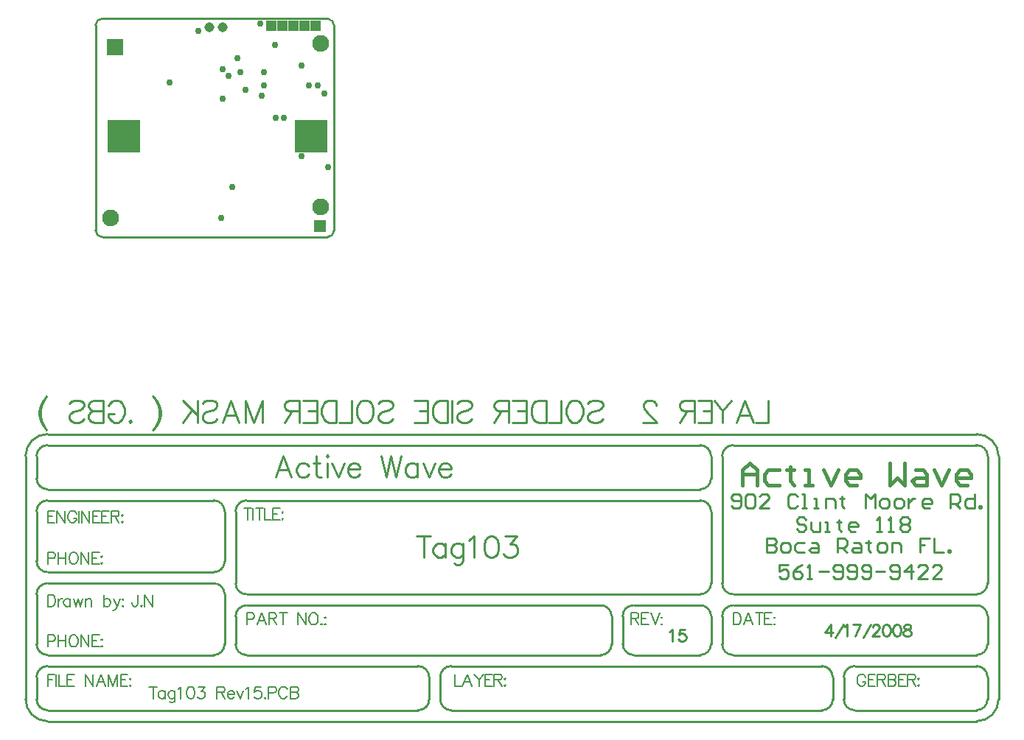
<source format=gbs>
%FSLAX23Y23*%
%MOIN*%
G70*
G01*
G75*
G04 Layer_Color=8757620*
%ADD10R,0.024X0.024*%
%ADD11R,0.014X0.035*%
%ADD12R,0.014X0.035*%
%ADD13R,0.030X0.030*%
%ADD14R,0.030X0.030*%
%ADD15R,0.025X0.030*%
%ADD16R,0.074X0.045*%
%ADD17R,0.020X0.050*%
%ADD18O,0.016X0.060*%
%ADD19O,0.016X0.060*%
%ADD20R,0.024X0.100*%
%ADD21R,0.024X0.090*%
%ADD22R,0.070X0.024*%
%ADD23R,0.090X0.024*%
%ADD24R,0.075X0.043*%
%ADD25R,0.036X0.050*%
%ADD26R,0.036X0.036*%
%ADD27O,0.024X0.080*%
%ADD28C,0.010*%
%ADD29C,0.008*%
%ADD30C,0.020*%
%ADD31C,0.025*%
%ADD32C,0.012*%
%ADD33C,0.015*%
%ADD34C,0.016*%
%ADD35C,0.014*%
%ADD36C,0.026*%
%ADD37C,0.006*%
%ADD38C,0.005*%
%ADD39C,0.009*%
%ADD40C,0.039*%
%ADD41C,0.070*%
%ADD42R,0.050X0.050*%
%ADD43R,0.039X0.043*%
%ADD44C,0.024*%
%ADD45R,0.070X0.070*%
%ADD46R,0.140X0.140*%
%ADD47C,0.030*%
%ADD48R,0.273X0.018*%
%ADD49R,0.030X0.030*%
%ADD50R,0.020X0.041*%
%ADD51R,0.020X0.041*%
%ADD52R,0.036X0.036*%
%ADD53R,0.031X0.036*%
%ADD54R,0.080X0.051*%
%ADD55R,0.026X0.056*%
%ADD56O,0.022X0.066*%
%ADD57O,0.022X0.066*%
%ADD58R,0.030X0.106*%
%ADD59R,0.030X0.096*%
%ADD60R,0.076X0.030*%
%ADD61R,0.096X0.030*%
%ADD62R,0.081X0.049*%
%ADD63R,0.042X0.056*%
%ADD64R,0.042X0.042*%
%ADD65O,0.030X0.086*%
%ADD66C,0.045*%
%ADD67C,0.076*%
%ADD68R,0.056X0.056*%
%ADD69R,0.045X0.049*%
%ADD70C,0.030*%
%ADD71R,0.076X0.076*%
%ADD72R,0.146X0.146*%
D28*
X2975Y-825D02*
Y-925D01*
X2918D01*
X2831D02*
X2869Y-825D01*
X2907Y-925D01*
X2893Y-892D02*
X2845D01*
X2807Y-825D02*
X2769Y-873D01*
Y-925D01*
X2731Y-825D02*
X2769Y-873D01*
X2656Y-825D02*
X2718D01*
Y-925D01*
X2656D01*
X2718Y-873D02*
X2680D01*
X2640Y-825D02*
Y-925D01*
Y-825D02*
X2597D01*
X2583Y-830D01*
X2578Y-835D01*
X2573Y-844D01*
Y-854D01*
X2578Y-863D01*
X2583Y-868D01*
X2597Y-873D01*
X2640D01*
X2607D02*
X2573Y-925D01*
X2467Y-849D02*
Y-844D01*
X2463Y-835D01*
X2458Y-830D01*
X2448Y-825D01*
X2429D01*
X2420Y-830D01*
X2415Y-835D01*
X2410Y-844D01*
Y-854D01*
X2415Y-863D01*
X2425Y-877D01*
X2472Y-925D01*
X2406D01*
X2159Y-839D02*
X2169Y-830D01*
X2183Y-825D01*
X2202D01*
X2217Y-830D01*
X2226Y-839D01*
Y-849D01*
X2221Y-858D01*
X2217Y-863D01*
X2207Y-868D01*
X2179Y-877D01*
X2169Y-882D01*
X2164Y-887D01*
X2159Y-896D01*
Y-911D01*
X2169Y-920D01*
X2183Y-925D01*
X2202D01*
X2217Y-920D01*
X2226Y-911D01*
X2109Y-825D02*
X2118Y-830D01*
X2128Y-839D01*
X2132Y-849D01*
X2137Y-863D01*
Y-887D01*
X2132Y-901D01*
X2128Y-911D01*
X2118Y-920D01*
X2109Y-925D01*
X2089D01*
X2080Y-920D01*
X2070Y-911D01*
X2066Y-901D01*
X2061Y-887D01*
Y-863D01*
X2066Y-849D01*
X2070Y-839D01*
X2080Y-830D01*
X2089Y-825D01*
X2109D01*
X2038D02*
Y-925D01*
X1980D01*
X1970Y-825D02*
Y-925D01*
Y-825D02*
X1936D01*
X1922Y-830D01*
X1912Y-839D01*
X1908Y-849D01*
X1903Y-863D01*
Y-887D01*
X1908Y-901D01*
X1912Y-911D01*
X1922Y-920D01*
X1936Y-925D01*
X1970D01*
X1819Y-825D02*
X1880D01*
Y-925D01*
X1819D01*
X1880Y-873D02*
X1842D01*
X1802Y-825D02*
Y-925D01*
Y-825D02*
X1759D01*
X1745Y-830D01*
X1740Y-835D01*
X1735Y-844D01*
Y-854D01*
X1740Y-863D01*
X1745Y-868D01*
X1759Y-873D01*
X1802D01*
X1769D02*
X1735Y-925D01*
X1568Y-839D02*
X1577Y-830D01*
X1591Y-825D01*
X1611D01*
X1625Y-830D01*
X1634Y-839D01*
Y-849D01*
X1630Y-858D01*
X1625Y-863D01*
X1615Y-868D01*
X1587Y-877D01*
X1577Y-882D01*
X1572Y-887D01*
X1568Y-896D01*
Y-911D01*
X1577Y-920D01*
X1591Y-925D01*
X1611D01*
X1625Y-920D01*
X1634Y-911D01*
X1545Y-825D02*
Y-925D01*
X1524Y-825D02*
Y-925D01*
Y-825D02*
X1491D01*
X1477Y-830D01*
X1467Y-839D01*
X1462Y-849D01*
X1458Y-863D01*
Y-887D01*
X1462Y-901D01*
X1467Y-911D01*
X1477Y-920D01*
X1491Y-925D01*
X1524D01*
X1373Y-825D02*
X1435D01*
Y-925D01*
X1373D01*
X1435Y-873D02*
X1397D01*
X1212Y-839D02*
X1221Y-830D01*
X1235Y-825D01*
X1254D01*
X1269Y-830D01*
X1278Y-839D01*
Y-849D01*
X1273Y-858D01*
X1269Y-863D01*
X1259Y-868D01*
X1231Y-877D01*
X1221Y-882D01*
X1216Y-887D01*
X1212Y-896D01*
Y-911D01*
X1221Y-920D01*
X1235Y-925D01*
X1254D01*
X1269Y-920D01*
X1278Y-911D01*
X1161Y-825D02*
X1170Y-830D01*
X1180Y-839D01*
X1184Y-849D01*
X1189Y-863D01*
Y-887D01*
X1184Y-901D01*
X1180Y-911D01*
X1170Y-920D01*
X1161Y-925D01*
X1142D01*
X1132Y-920D01*
X1123Y-911D01*
X1118Y-901D01*
X1113Y-887D01*
Y-863D01*
X1118Y-849D01*
X1123Y-839D01*
X1132Y-830D01*
X1142Y-825D01*
X1161D01*
X1090D02*
Y-925D01*
X1033D01*
X1022Y-825D02*
Y-925D01*
Y-825D02*
X988D01*
X974Y-830D01*
X964Y-839D01*
X960Y-849D01*
X955Y-863D01*
Y-887D01*
X960Y-901D01*
X964Y-911D01*
X974Y-920D01*
X988Y-925D01*
X1022D01*
X871Y-825D02*
X933D01*
Y-925D01*
X871D01*
X933Y-873D02*
X894D01*
X854Y-825D02*
Y-925D01*
Y-825D02*
X811D01*
X797Y-830D01*
X792Y-835D01*
X787Y-844D01*
Y-854D01*
X792Y-863D01*
X797Y-868D01*
X811Y-873D01*
X854D01*
X821D02*
X787Y-925D01*
X686Y-825D02*
Y-925D01*
Y-825D02*
X648Y-925D01*
X610Y-825D02*
X648Y-925D01*
X610Y-825D02*
Y-925D01*
X506D02*
X544Y-825D01*
X582Y-925D01*
X567Y-892D02*
X520D01*
X416Y-839D02*
X425Y-830D01*
X439Y-825D01*
X458D01*
X473Y-830D01*
X482Y-839D01*
Y-849D01*
X477Y-858D01*
X473Y-863D01*
X463Y-868D01*
X435Y-877D01*
X425Y-882D01*
X420Y-887D01*
X416Y-896D01*
Y-911D01*
X425Y-920D01*
X439Y-925D01*
X458D01*
X473Y-920D01*
X482Y-911D01*
X393Y-825D02*
Y-925D01*
X327Y-825D02*
X393Y-892D01*
X369Y-868D02*
X327Y-925D01*
X192Y-806D02*
X202Y-816D01*
X211Y-830D01*
X221Y-849D01*
X226Y-873D01*
Y-892D01*
X221Y-915D01*
X211Y-935D01*
X202Y-949D01*
X192Y-958D01*
X202Y-816D02*
X211Y-835D01*
X216Y-849D01*
X221Y-873D01*
Y-892D01*
X216Y-915D01*
X211Y-930D01*
X202Y-949D01*
X90Y-915D02*
X95Y-920D01*
X90Y-925D01*
X85Y-920D01*
X90Y-915D01*
X-8Y-849D02*
X-3Y-839D01*
X6Y-830D01*
X16Y-825D01*
X35D01*
X44Y-830D01*
X54Y-839D01*
X58Y-849D01*
X63Y-863D01*
Y-887D01*
X58Y-901D01*
X54Y-911D01*
X44Y-920D01*
X35Y-925D01*
X16D01*
X6Y-920D01*
X-3Y-911D01*
X-8Y-901D01*
Y-887D01*
X16D02*
X-8D01*
X-31Y-825D02*
Y-925D01*
Y-825D02*
X-74D01*
X-88Y-830D01*
X-93Y-835D01*
X-98Y-844D01*
Y-854D01*
X-93Y-863D01*
X-88Y-868D01*
X-74Y-873D01*
X-31D02*
X-74D01*
X-88Y-877D01*
X-93Y-882D01*
X-98Y-892D01*
Y-906D01*
X-93Y-915D01*
X-88Y-920D01*
X-74Y-925D01*
X-31D01*
X-187Y-839D02*
X-177Y-830D01*
X-163Y-825D01*
X-144D01*
X-130Y-830D01*
X-120Y-839D01*
Y-849D01*
X-125Y-858D01*
X-130Y-863D01*
X-139Y-868D01*
X-168Y-877D01*
X-177Y-882D01*
X-182Y-887D01*
X-187Y-896D01*
Y-911D01*
X-177Y-920D01*
X-163Y-925D01*
X-144D01*
X-130Y-920D01*
X-120Y-911D01*
X-288Y-806D02*
X-297Y-816D01*
X-307Y-830D01*
X-316Y-849D01*
X-321Y-873D01*
Y-892D01*
X-316Y-915D01*
X-307Y-935D01*
X-297Y-949D01*
X-288Y-958D01*
X-297Y-816D02*
X-307Y-835D01*
X-311Y-849D01*
X-316Y-873D01*
Y-892D01*
X-311Y-915D01*
X-307Y-930D01*
X-297Y-949D01*
X-37Y903D02*
G03*
X-67Y873I0J-30D01*
G01*
X1011D02*
G03*
X981Y903I-30J0D01*
G01*
Y-86D02*
G03*
X1011Y-56I0J30D01*
G01*
X-67D02*
G03*
X-37Y-86I30J0D01*
G01*
X-67Y-56D02*
Y873D01*
X-37Y903D02*
X981D01*
X1011Y-56D02*
Y873D01*
X-37Y-86D02*
X981D01*
X3966Y-1802D02*
G03*
X3917Y-1753I-49J0D01*
G01*
X2816D02*
G03*
X2766Y-1803I0J-50D01*
G01*
X3916Y-1703D02*
G03*
X3966Y-1653I0J50D01*
G01*
X2766D02*
G03*
X2816Y-1703I50J0D01*
G01*
X-284Y-978D02*
G03*
X-384Y-1078I0J-100D01*
G01*
Y-2177D02*
G03*
X-285Y-2278I101J0D01*
G01*
X3916Y-2278D02*
G03*
X4016Y-2178I0J100D01*
G01*
Y-1078D02*
G03*
X3916Y-978I-100J0D01*
G01*
X3966Y-1077D02*
G03*
X3915Y-1028I-49J0D01*
G01*
X3916Y-1978D02*
G03*
X3966Y-1928I0J50D01*
G01*
X3966Y-2077D02*
G03*
X3916Y-2028I-50J-1D01*
G01*
Y-2228D02*
G03*
X3966Y-2178I0J50D01*
G01*
X2666Y-1978D02*
G03*
X2716Y-1928I0J50D01*
G01*
X2766Y-1929D02*
G03*
X2816Y-1978I49J0D01*
G01*
X2716Y-1802D02*
G03*
X2667Y-1753I-49J0D01*
G01*
X-334Y-2178D02*
G03*
X-285Y-2228I50J0D01*
G01*
X2667Y-1703D02*
G03*
X2716Y-1653I-1J50D01*
G01*
X-284Y-2028D02*
G03*
X-334Y-2078I0J-50D01*
G01*
X2716Y-1328D02*
G03*
X2666Y-1278I-50J0D01*
G01*
Y-1228D02*
G03*
X2716Y-1178I0J50D01*
G01*
X2816Y-1028D02*
G03*
X2766Y-1078I0J-50D01*
G01*
X2716D02*
G03*
X2666Y-1028I-50J0D01*
G01*
X-284D02*
G03*
X-334Y-1078I0J-50D01*
G01*
Y-1178D02*
G03*
X-284Y-1228I50J0D01*
G01*
Y-1278D02*
G03*
X-334Y-1328I0J-50D01*
G01*
Y-1553D02*
G03*
X-284Y-1603I50J0D01*
G01*
Y-1653D02*
G03*
X-334Y-1703I0J-50D01*
G01*
Y-1928D02*
G03*
X-285Y-1978I50J0D01*
G01*
X616Y-1278D02*
G03*
X566Y-1328I0J-50D01*
G01*
X616Y-1753D02*
G03*
X566Y-1803I0J-50D01*
G01*
X2364Y-1753D02*
G03*
X2316Y-1804I0J-48D01*
G01*
X2316Y-1927D02*
G03*
X2366Y-1978I51J0D01*
G01*
X2217Y-1978D02*
G03*
X2266Y-1928I0J49D01*
G01*
X2266Y-1802D02*
G03*
X2217Y-1753I-49J0D01*
G01*
X467Y-1978D02*
G03*
X516Y-1929I0J49D01*
G01*
X566D02*
G03*
X615Y-1978I49J0D01*
G01*
X566Y-1654D02*
G03*
X615Y-1703I49J0D01*
G01*
X516Y-1702D02*
G03*
X465Y-1653I-49J0D01*
G01*
X468Y-1603D02*
G03*
X516Y-1555I0J48D01*
G01*
Y-1327D02*
G03*
X467Y-1278I-49J0D01*
G01*
X3366Y-2028D02*
G03*
X3316Y-2078I0J-50D01*
G01*
Y-2179D02*
G03*
X3366Y-2228I49J0D01*
G01*
X3217Y-2228D02*
G03*
X3266Y-2179I1J48D01*
G01*
X3266Y-2078D02*
G03*
X3216Y-2028I-50J0D01*
G01*
X1491Y-2178D02*
G03*
X1540Y-2228I50J0D01*
G01*
X1541Y-2028D02*
G03*
X1491Y-2078I0J-50D01*
G01*
X1392Y-2228D02*
G03*
X1441Y-2179I1J48D01*
G01*
X1441Y-2078D02*
G03*
X1391Y-2028I-50J0D01*
G01*
X3966Y-1928D02*
Y-1802D01*
X2766Y-1928D02*
Y-1803D01*
X3966Y-1653D02*
Y-1078D01*
X2766Y-1653D02*
Y-1078D01*
X-384Y-2178D02*
Y-1078D01*
X-334Y-2178D02*
Y-2078D01*
X3966Y-2178D02*
Y-2078D01*
X2716Y-1928D02*
Y-1803D01*
X2316Y-1928D02*
Y-1803D01*
X566Y-1928D02*
Y-1803D01*
X2266Y-1928D02*
Y-1803D01*
X566Y-1653D02*
Y-1328D01*
X2716Y-1653D02*
Y-1328D01*
Y-1178D02*
Y-1078D01*
X-334Y-1178D02*
Y-1078D01*
X516Y-1553D02*
Y-1328D01*
X-334Y-1553D02*
Y-1328D01*
X516Y-1928D02*
Y-1703D01*
X-334Y-1928D02*
Y-1703D01*
X4016Y-2178D02*
Y-1078D01*
X3316Y-2178D02*
Y-2078D01*
X3266Y-2178D02*
Y-2078D01*
X1491Y-2178D02*
Y-2078D01*
X1441Y-2178D02*
Y-2078D01*
X2816Y-1753D02*
X3916D01*
X2816Y-1703D02*
X3916D01*
X616D02*
X2666D01*
X2816Y-1028D02*
X3916D01*
X2816Y-1978D02*
X3916D01*
X2366Y-1753D02*
X2666D01*
X2366Y-1978D02*
X2666D01*
X616D02*
X2216D01*
X616Y-1753D02*
X2216D01*
X616Y-1278D02*
X2666D01*
X-284Y-1228D02*
X2666D01*
X-284Y-1278D02*
X466D01*
X-284Y-1603D02*
X466D01*
X-284Y-1653D02*
X466D01*
X-284Y-1978D02*
X466D01*
X-284Y-978D02*
X3916D01*
X-284Y-2278D02*
X3916D01*
X-284Y-1028D02*
X2666D01*
X3366Y-2028D02*
X3916D01*
X3366Y-2228D02*
X3916D01*
X1541Y-2028D02*
X3216D01*
X-284D02*
X1391D01*
X-284Y-2228D02*
X1391D01*
X1541D02*
X3216D01*
X3145Y-1365D02*
X3135Y-1354D01*
X3113D01*
X3103Y-1365D01*
Y-1375D01*
X3113Y-1386D01*
X3135D01*
X3145Y-1397D01*
Y-1407D01*
X3135Y-1418D01*
X3113D01*
X3103Y-1407D01*
X3167Y-1375D02*
Y-1407D01*
X3177Y-1418D01*
X3209D01*
Y-1375D01*
X3230Y-1418D02*
X3252D01*
X3241D01*
Y-1375D01*
X3230D01*
X3294Y-1365D02*
Y-1375D01*
X3284D01*
X3305D01*
X3294D01*
Y-1407D01*
X3305Y-1418D01*
X3369D02*
X3348D01*
X3337Y-1407D01*
Y-1386D01*
X3348Y-1375D01*
X3369D01*
X3380Y-1386D01*
Y-1397D01*
X3337D01*
X3465Y-1418D02*
X3486D01*
X3476D01*
Y-1354D01*
X3465Y-1365D01*
X3518Y-1418D02*
X3540D01*
X3529D01*
Y-1354D01*
X3518Y-1365D01*
X3572D02*
X3582Y-1354D01*
X3604D01*
X3614Y-1365D01*
Y-1375D01*
X3604Y-1386D01*
X3614Y-1397D01*
Y-1407D01*
X3604Y-1418D01*
X3582D01*
X3572Y-1407D01*
Y-1397D01*
X3582Y-1386D01*
X3572Y-1375D01*
Y-1365D01*
X3582Y-1386D02*
X3604D01*
X3065Y-1569D02*
X3023D01*
Y-1601D01*
X3044Y-1590D01*
X3055D01*
X3065Y-1601D01*
Y-1622D01*
X3055Y-1633D01*
X3033D01*
X3023Y-1622D01*
X3129Y-1569D02*
X3108Y-1580D01*
X3087Y-1601D01*
Y-1622D01*
X3097Y-1633D01*
X3118D01*
X3129Y-1622D01*
Y-1612D01*
X3118Y-1601D01*
X3087D01*
X3150Y-1633D02*
X3172D01*
X3161D01*
Y-1569D01*
X3150Y-1580D01*
X3204Y-1601D02*
X3246D01*
X3268Y-1622D02*
X3278Y-1633D01*
X3300D01*
X3310Y-1622D01*
Y-1580D01*
X3300Y-1569D01*
X3278D01*
X3268Y-1580D01*
Y-1590D01*
X3278Y-1601D01*
X3310D01*
X3332Y-1622D02*
X3342Y-1633D01*
X3364D01*
X3374Y-1622D01*
Y-1580D01*
X3364Y-1569D01*
X3342D01*
X3332Y-1580D01*
Y-1590D01*
X3342Y-1601D01*
X3374D01*
X3396Y-1622D02*
X3406Y-1633D01*
X3428D01*
X3438Y-1622D01*
Y-1580D01*
X3428Y-1569D01*
X3406D01*
X3396Y-1580D01*
Y-1590D01*
X3406Y-1601D01*
X3438D01*
X3460D02*
X3502D01*
X3524Y-1622D02*
X3534Y-1633D01*
X3556D01*
X3566Y-1622D01*
Y-1580D01*
X3556Y-1569D01*
X3534D01*
X3524Y-1580D01*
Y-1590D01*
X3534Y-1601D01*
X3566D01*
X3620Y-1633D02*
Y-1569D01*
X3588Y-1601D01*
X3630D01*
X3694Y-1633D02*
X3652D01*
X3694Y-1590D01*
Y-1580D01*
X3684Y-1569D01*
X3662D01*
X3652Y-1580D01*
X3758Y-1633D02*
X3716D01*
X3758Y-1590D01*
Y-1580D01*
X3748Y-1569D01*
X3726D01*
X3716Y-1580D01*
X2808Y-1302D02*
X2818Y-1313D01*
X2840D01*
X2850Y-1302D01*
Y-1260D01*
X2840Y-1249D01*
X2818D01*
X2808Y-1260D01*
Y-1270D01*
X2818Y-1281D01*
X2850D01*
X2872Y-1260D02*
X2882Y-1249D01*
X2903D01*
X2914Y-1260D01*
Y-1302D01*
X2903Y-1313D01*
X2882D01*
X2872Y-1302D01*
Y-1260D01*
X2978Y-1313D02*
X2935D01*
X2978Y-1270D01*
Y-1260D01*
X2967Y-1249D01*
X2946D01*
X2935Y-1260D01*
X3106D02*
X3095Y-1249D01*
X3074D01*
X3063Y-1260D01*
Y-1302D01*
X3074Y-1313D01*
X3095D01*
X3106Y-1302D01*
X3127Y-1313D02*
X3149D01*
X3138D01*
Y-1249D01*
X3127D01*
X3181Y-1313D02*
X3202D01*
X3191D01*
Y-1270D01*
X3181D01*
X3234Y-1313D02*
Y-1270D01*
X3266D01*
X3277Y-1281D01*
Y-1313D01*
X3309Y-1260D02*
Y-1270D01*
X3298D01*
X3319D01*
X3309D01*
Y-1302D01*
X3319Y-1313D01*
X3415D02*
Y-1249D01*
X3437Y-1270D01*
X3458Y-1249D01*
Y-1313D01*
X3490D02*
X3511D01*
X3522Y-1302D01*
Y-1281D01*
X3511Y-1270D01*
X3490D01*
X3479Y-1281D01*
Y-1302D01*
X3490Y-1313D01*
X3554D02*
X3575D01*
X3586Y-1302D01*
Y-1281D01*
X3575Y-1270D01*
X3554D01*
X3543Y-1281D01*
Y-1302D01*
X3554Y-1313D01*
X3607Y-1270D02*
Y-1313D01*
Y-1292D01*
X3618Y-1281D01*
X3629Y-1270D01*
X3639D01*
X3703Y-1313D02*
X3682D01*
X3671Y-1302D01*
Y-1281D01*
X3682Y-1270D01*
X3703D01*
X3714Y-1281D01*
Y-1292D01*
X3671D01*
X3799Y-1313D02*
Y-1249D01*
X3831D01*
X3842Y-1260D01*
Y-1281D01*
X3831Y-1292D01*
X3799D01*
X3821D02*
X3842Y-1313D01*
X3906Y-1249D02*
Y-1313D01*
X3874D01*
X3863Y-1302D01*
Y-1281D01*
X3874Y-1270D01*
X3906D01*
X3927Y-1313D02*
Y-1302D01*
X3938D01*
Y-1313D01*
X3927D01*
X2968Y-1449D02*
Y-1513D01*
X3000D01*
X3010Y-1502D01*
Y-1492D01*
X3000Y-1481D01*
X2968D01*
X3000D01*
X3010Y-1470D01*
Y-1460D01*
X3000Y-1449D01*
X2968D01*
X3042Y-1513D02*
X3063D01*
X3074Y-1502D01*
Y-1481D01*
X3063Y-1470D01*
X3042D01*
X3032Y-1481D01*
Y-1502D01*
X3042Y-1513D01*
X3138Y-1470D02*
X3106D01*
X3095Y-1481D01*
Y-1502D01*
X3106Y-1513D01*
X3138D01*
X3170Y-1470D02*
X3191D01*
X3202Y-1481D01*
Y-1513D01*
X3170D01*
X3159Y-1502D01*
X3170Y-1492D01*
X3202D01*
X3287Y-1513D02*
Y-1449D01*
X3319D01*
X3330Y-1460D01*
Y-1481D01*
X3319Y-1492D01*
X3287D01*
X3309D02*
X3330Y-1513D01*
X3362Y-1470D02*
X3383D01*
X3394Y-1481D01*
Y-1513D01*
X3362D01*
X3351Y-1502D01*
X3362Y-1492D01*
X3394D01*
X3426Y-1460D02*
Y-1470D01*
X3415D01*
X3437D01*
X3426D01*
Y-1502D01*
X3437Y-1513D01*
X3479D02*
X3501D01*
X3511Y-1502D01*
Y-1481D01*
X3501Y-1470D01*
X3479D01*
X3469Y-1481D01*
Y-1502D01*
X3479Y-1513D01*
X3533D02*
Y-1470D01*
X3565D01*
X3575Y-1481D01*
Y-1513D01*
X3703Y-1449D02*
X3661D01*
Y-1481D01*
X3682D01*
X3661D01*
Y-1513D01*
X3725Y-1449D02*
Y-1513D01*
X3767D01*
X3789D02*
Y-1502D01*
X3799D01*
Y-1513D01*
X3789D01*
D29*
X124Y-1706D02*
Y-1747D01*
X122Y-1754D01*
X119Y-1757D01*
X114Y-1759D01*
X109D01*
X104Y-1757D01*
X101Y-1754D01*
X99Y-1747D01*
Y-1741D01*
X141Y-1754D02*
X138Y-1757D01*
X141Y-1759D01*
X143Y-1757D01*
X141Y-1754D01*
X155Y-1706D02*
Y-1759D01*
Y-1706D02*
X190Y-1759D01*
Y-1706D02*
Y-1759D01*
D33*
X2858Y-1208D02*
Y-1141D01*
X2891Y-1108D01*
X2924Y-1141D01*
Y-1208D01*
Y-1158D01*
X2858D01*
X3024Y-1141D02*
X2974D01*
X2957Y-1158D01*
Y-1191D01*
X2974Y-1208D01*
X3024D01*
X3074Y-1125D02*
Y-1141D01*
X3057D01*
X3091D01*
X3074D01*
Y-1191D01*
X3091Y-1208D01*
X3141D02*
X3174D01*
X3157D01*
Y-1141D01*
X3141D01*
X3224D02*
X3257Y-1208D01*
X3291Y-1141D01*
X3374Y-1208D02*
X3341D01*
X3324Y-1191D01*
Y-1158D01*
X3341Y-1141D01*
X3374D01*
X3391Y-1158D01*
Y-1175D01*
X3324D01*
X3524Y-1108D02*
Y-1208D01*
X3557Y-1175D01*
X3591Y-1208D01*
Y-1108D01*
X3641Y-1141D02*
X3674D01*
X3691Y-1158D01*
Y-1208D01*
X3641D01*
X3624Y-1191D01*
X3641Y-1175D01*
X3691D01*
X3724Y-1141D02*
X3757Y-1208D01*
X3791Y-1141D01*
X3874Y-1208D02*
X3841D01*
X3824Y-1191D01*
Y-1158D01*
X3841Y-1141D01*
X3874D01*
X3891Y-1158D01*
Y-1175D01*
X3824D01*
D38*
X193Y-2122D02*
Y-2175D01*
X175Y-2122D02*
X211D01*
X247Y-2139D02*
Y-2175D01*
Y-2147D02*
X242Y-2142D01*
X237Y-2139D01*
X230D01*
X225Y-2142D01*
X219Y-2147D01*
X217Y-2155D01*
Y-2160D01*
X219Y-2167D01*
X225Y-2172D01*
X230Y-2175D01*
X237D01*
X242Y-2172D01*
X247Y-2167D01*
X292Y-2139D02*
Y-2180D01*
X290Y-2188D01*
X287Y-2190D01*
X282Y-2193D01*
X274D01*
X269Y-2190D01*
X292Y-2147D02*
X287Y-2142D01*
X282Y-2139D01*
X274D01*
X269Y-2142D01*
X264Y-2147D01*
X262Y-2155D01*
Y-2160D01*
X264Y-2167D01*
X269Y-2172D01*
X274Y-2175D01*
X282D01*
X287Y-2172D01*
X292Y-2167D01*
X306Y-2132D02*
X311Y-2129D01*
X319Y-2122D01*
Y-2175D01*
X361Y-2122D02*
X353Y-2124D01*
X348Y-2132D01*
X345Y-2145D01*
Y-2152D01*
X348Y-2165D01*
X353Y-2172D01*
X361Y-2175D01*
X366D01*
X373Y-2172D01*
X378Y-2165D01*
X381Y-2152D01*
Y-2145D01*
X378Y-2132D01*
X373Y-2124D01*
X366Y-2122D01*
X361D01*
X398D02*
X426D01*
X411Y-2142D01*
X418D01*
X423Y-2145D01*
X426Y-2147D01*
X428Y-2155D01*
Y-2160D01*
X426Y-2167D01*
X421Y-2172D01*
X413Y-2175D01*
X406D01*
X398Y-2172D01*
X395Y-2170D01*
X393Y-2165D01*
X482Y-2122D02*
Y-2175D01*
Y-2122D02*
X505D01*
X513Y-2124D01*
X515Y-2127D01*
X518Y-2132D01*
Y-2137D01*
X515Y-2142D01*
X513Y-2145D01*
X505Y-2147D01*
X482D01*
X500D02*
X518Y-2175D01*
X530Y-2155D02*
X560D01*
Y-2150D01*
X558Y-2145D01*
X555Y-2142D01*
X550Y-2139D01*
X542D01*
X537Y-2142D01*
X532Y-2147D01*
X530Y-2155D01*
Y-2160D01*
X532Y-2167D01*
X537Y-2172D01*
X542Y-2175D01*
X550D01*
X555Y-2172D01*
X560Y-2167D01*
X572Y-2139D02*
X587Y-2175D01*
X602Y-2139D02*
X587Y-2175D01*
X611Y-2132D02*
X616Y-2129D01*
X623Y-2122D01*
Y-2175D01*
X680Y-2122D02*
X655D01*
X652Y-2145D01*
X655Y-2142D01*
X663Y-2139D01*
X670D01*
X678Y-2142D01*
X683Y-2147D01*
X685Y-2155D01*
Y-2160D01*
X683Y-2167D01*
X678Y-2172D01*
X670Y-2175D01*
X663D01*
X655Y-2172D01*
X652Y-2170D01*
X650Y-2165D01*
X700Y-2170D02*
X697Y-2172D01*
X700Y-2175D01*
X702Y-2172D01*
X700Y-2170D01*
X714Y-2150D02*
X737D01*
X745Y-2147D01*
X747Y-2145D01*
X750Y-2139D01*
Y-2132D01*
X747Y-2127D01*
X745Y-2124D01*
X737Y-2122D01*
X714D01*
Y-2175D01*
X800Y-2134D02*
X797Y-2129D01*
X792Y-2124D01*
X787Y-2122D01*
X777D01*
X772Y-2124D01*
X767Y-2129D01*
X764Y-2134D01*
X762Y-2142D01*
Y-2155D01*
X764Y-2162D01*
X767Y-2167D01*
X772Y-2172D01*
X777Y-2175D01*
X787D01*
X792Y-2172D01*
X797Y-2167D01*
X800Y-2162D01*
X815Y-2122D02*
Y-2175D01*
Y-2122D02*
X837D01*
X845Y-2124D01*
X848Y-2127D01*
X850Y-2132D01*
Y-2137D01*
X848Y-2142D01*
X845Y-2145D01*
X837Y-2147D01*
X815D02*
X837D01*
X845Y-2150D01*
X848Y-2152D01*
X850Y-2157D01*
Y-2165D01*
X848Y-2170D01*
X845Y-2172D01*
X837Y-2175D01*
X815D01*
X2816Y-1787D02*
Y-1841D01*
Y-1787D02*
X2834D01*
X2841Y-1790D01*
X2846Y-1795D01*
X2849Y-1800D01*
X2851Y-1808D01*
Y-1820D01*
X2849Y-1828D01*
X2846Y-1833D01*
X2841Y-1838D01*
X2834Y-1841D01*
X2816D01*
X2904D02*
X2884Y-1787D01*
X2863Y-1841D01*
X2871Y-1823D02*
X2896D01*
X2934Y-1787D02*
Y-1841D01*
X2916Y-1787D02*
X2952D01*
X2991D02*
X2958D01*
Y-1841D01*
X2991D01*
X2958Y-1813D02*
X2979D01*
X3003Y-1805D02*
X3000Y-1808D01*
X3003Y-1810D01*
X3005Y-1808D01*
X3003Y-1805D01*
Y-1836D02*
X3000Y-1838D01*
X3003Y-1841D01*
X3005Y-1838D01*
X3003Y-1836D01*
X2353Y-1787D02*
Y-1841D01*
Y-1787D02*
X2376D01*
X2384Y-1790D01*
X2386Y-1792D01*
X2389Y-1798D01*
Y-1803D01*
X2386Y-1808D01*
X2384Y-1810D01*
X2376Y-1813D01*
X2353D01*
X2371D02*
X2389Y-1841D01*
X2434Y-1787D02*
X2401D01*
Y-1841D01*
X2434D01*
X2401Y-1813D02*
X2421D01*
X2443Y-1787D02*
X2463Y-1841D01*
X2483Y-1787D02*
X2463Y-1841D01*
X2493Y-1805D02*
X2490Y-1808D01*
X2493Y-1810D01*
X2495Y-1808D01*
X2493Y-1805D01*
Y-1836D02*
X2490Y-1838D01*
X2493Y-1841D01*
X2495Y-1838D01*
X2493Y-1836D01*
X-284Y-1540D02*
X-261D01*
X-254Y-1538D01*
X-251Y-1535D01*
X-249Y-1530D01*
Y-1523D01*
X-251Y-1517D01*
X-254Y-1515D01*
X-261Y-1512D01*
X-284D01*
Y-1566D01*
X-237Y-1512D02*
Y-1566D01*
X-201Y-1512D02*
Y-1566D01*
X-237Y-1538D02*
X-201D01*
X-171Y-1512D02*
X-176Y-1515D01*
X-181Y-1520D01*
X-184Y-1525D01*
X-186Y-1533D01*
Y-1545D01*
X-184Y-1553D01*
X-181Y-1558D01*
X-176Y-1563D01*
X-171Y-1566D01*
X-161D01*
X-156Y-1563D01*
X-151Y-1558D01*
X-148Y-1553D01*
X-146Y-1545D01*
Y-1533D01*
X-148Y-1525D01*
X-151Y-1520D01*
X-156Y-1515D01*
X-161Y-1512D01*
X-171D01*
X-133D02*
Y-1566D01*
Y-1512D02*
X-98Y-1566D01*
Y-1512D02*
Y-1566D01*
X-50Y-1512D02*
X-83D01*
Y-1566D01*
X-50D01*
X-83Y-1538D02*
X-63D01*
X-39Y-1530D02*
X-41Y-1533D01*
X-39Y-1535D01*
X-36Y-1533D01*
X-39Y-1530D01*
Y-1561D02*
X-41Y-1563D01*
X-39Y-1566D01*
X-36Y-1563D01*
X-39Y-1561D01*
X-284Y-1915D02*
X-261D01*
X-254Y-1913D01*
X-251Y-1910D01*
X-249Y-1905D01*
Y-1898D01*
X-251Y-1892D01*
X-254Y-1890D01*
X-261Y-1887D01*
X-284D01*
Y-1941D01*
X-237Y-1887D02*
Y-1941D01*
X-201Y-1887D02*
Y-1941D01*
X-237Y-1913D02*
X-201D01*
X-171Y-1887D02*
X-176Y-1890D01*
X-181Y-1895D01*
X-184Y-1900D01*
X-186Y-1908D01*
Y-1920D01*
X-184Y-1928D01*
X-181Y-1933D01*
X-176Y-1938D01*
X-171Y-1941D01*
X-161D01*
X-156Y-1938D01*
X-151Y-1933D01*
X-148Y-1928D01*
X-146Y-1920D01*
Y-1908D01*
X-148Y-1900D01*
X-151Y-1895D01*
X-156Y-1890D01*
X-161Y-1887D01*
X-171D01*
X-133D02*
Y-1941D01*
Y-1887D02*
X-98Y-1941D01*
Y-1887D02*
Y-1941D01*
X-50Y-1887D02*
X-83D01*
Y-1941D01*
X-50D01*
X-83Y-1913D02*
X-63D01*
X-39Y-1905D02*
X-41Y-1908D01*
X-39Y-1910D01*
X-36Y-1908D01*
X-39Y-1905D01*
Y-1936D02*
X-41Y-1938D01*
X-39Y-1941D01*
X-36Y-1938D01*
X-39Y-1936D01*
X1556Y-2065D02*
Y-2118D01*
X1586D01*
X1633D02*
X1613Y-2065D01*
X1592Y-2118D01*
X1600Y-2100D02*
X1625D01*
X1645Y-2065D02*
X1666Y-2090D01*
Y-2118D01*
X1686Y-2065D02*
X1666Y-2090D01*
X1726Y-2065D02*
X1693D01*
Y-2118D01*
X1726D01*
X1693Y-2090D02*
X1713D01*
X1735Y-2065D02*
Y-2118D01*
Y-2065D02*
X1758D01*
X1765Y-2067D01*
X1768Y-2070D01*
X1770Y-2075D01*
Y-2080D01*
X1768Y-2085D01*
X1765Y-2088D01*
X1758Y-2090D01*
X1735D01*
X1752D02*
X1770Y-2118D01*
X1785Y-2083D02*
X1782Y-2085D01*
X1785Y-2088D01*
X1787Y-2085D01*
X1785Y-2083D01*
Y-2113D02*
X1782Y-2116D01*
X1785Y-2118D01*
X1787Y-2116D01*
X1785Y-2113D01*
X-251Y-1325D02*
X-284D01*
Y-1378D01*
X-251D01*
X-284Y-1350D02*
X-264D01*
X-242Y-1325D02*
Y-1378D01*
Y-1325D02*
X-207Y-1378D01*
Y-1325D02*
Y-1378D01*
X-154Y-1338D02*
X-156Y-1332D01*
X-161Y-1327D01*
X-167Y-1325D01*
X-177D01*
X-182Y-1327D01*
X-187Y-1332D01*
X-189Y-1338D01*
X-192Y-1345D01*
Y-1358D01*
X-189Y-1365D01*
X-187Y-1371D01*
X-182Y-1376D01*
X-177Y-1378D01*
X-167D01*
X-161Y-1376D01*
X-156Y-1371D01*
X-154Y-1365D01*
Y-1358D01*
X-167D02*
X-154D01*
X-142Y-1325D02*
Y-1378D01*
X-130Y-1325D02*
Y-1378D01*
Y-1325D02*
X-95Y-1378D01*
Y-1325D02*
Y-1378D01*
X-47Y-1325D02*
X-80D01*
Y-1378D01*
X-47D01*
X-80Y-1350D02*
X-60D01*
X-5Y-1325D02*
X-38D01*
Y-1378D01*
X-5D01*
X-38Y-1350D02*
X-18D01*
X4Y-1325D02*
Y-1378D01*
Y-1325D02*
X26D01*
X34Y-1327D01*
X37Y-1330D01*
X39Y-1335D01*
Y-1340D01*
X37Y-1345D01*
X34Y-1348D01*
X26Y-1350D01*
X4D01*
X21D02*
X39Y-1378D01*
X54Y-1343D02*
X51Y-1345D01*
X54Y-1348D01*
X56Y-1345D01*
X54Y-1343D01*
Y-1373D02*
X51Y-1376D01*
X54Y-1378D01*
X56Y-1376D01*
X54Y-1373D01*
X616Y-1815D02*
X639D01*
X646Y-1813D01*
X649Y-1810D01*
X651Y-1805D01*
Y-1798D01*
X649Y-1792D01*
X646Y-1790D01*
X639Y-1787D01*
X616D01*
Y-1841D01*
X704D02*
X684Y-1787D01*
X663Y-1841D01*
X671Y-1823D02*
X696D01*
X716Y-1787D02*
Y-1841D01*
Y-1787D02*
X739D01*
X747Y-1790D01*
X749Y-1792D01*
X752Y-1798D01*
Y-1803D01*
X749Y-1808D01*
X747Y-1810D01*
X739Y-1813D01*
X716D01*
X734D02*
X752Y-1841D01*
X782Y-1787D02*
Y-1841D01*
X764Y-1787D02*
X800D01*
X848D02*
Y-1841D01*
Y-1787D02*
X883Y-1841D01*
Y-1787D02*
Y-1841D01*
X913Y-1787D02*
X908Y-1790D01*
X903Y-1795D01*
X901Y-1800D01*
X898Y-1808D01*
Y-1820D01*
X901Y-1828D01*
X903Y-1833D01*
X908Y-1838D01*
X913Y-1841D01*
X923D01*
X928Y-1838D01*
X934Y-1833D01*
X936Y-1828D01*
X939Y-1820D01*
Y-1808D01*
X936Y-1800D01*
X934Y-1795D01*
X928Y-1790D01*
X923Y-1787D01*
X913D01*
X954Y-1836D02*
X951Y-1838D01*
X954Y-1841D01*
X956Y-1838D01*
X954Y-1836D01*
X970Y-1805D02*
X968Y-1808D01*
X970Y-1810D01*
X973Y-1808D01*
X970Y-1805D01*
Y-1836D02*
X968Y-1838D01*
X970Y-1841D01*
X973Y-1838D01*
X970Y-1836D01*
X621Y-1312D02*
Y-1366D01*
X603Y-1312D02*
X639D01*
X645D02*
Y-1366D01*
X674Y-1312D02*
Y-1366D01*
X656Y-1312D02*
X692D01*
X698D02*
Y-1366D01*
X729D01*
X768Y-1312D02*
X735D01*
Y-1366D01*
X768D01*
X735Y-1338D02*
X755D01*
X779Y-1330D02*
X777Y-1333D01*
X779Y-1335D01*
X782Y-1333D01*
X779Y-1330D01*
Y-1361D02*
X777Y-1363D01*
X779Y-1366D01*
X782Y-1363D01*
X779Y-1361D01*
X-284Y-1705D02*
Y-1758D01*
Y-1705D02*
X-266D01*
X-259Y-1707D01*
X-254Y-1712D01*
X-251Y-1718D01*
X-249Y-1725D01*
Y-1738D01*
X-251Y-1745D01*
X-254Y-1751D01*
X-259Y-1756D01*
X-266Y-1758D01*
X-284D01*
X-237Y-1723D02*
Y-1758D01*
Y-1738D02*
X-234Y-1730D01*
X-229Y-1725D01*
X-224Y-1723D01*
X-216D01*
X-181D02*
Y-1758D01*
Y-1730D02*
X-186Y-1725D01*
X-191Y-1723D01*
X-199D01*
X-204Y-1725D01*
X-209Y-1730D01*
X-211Y-1738D01*
Y-1743D01*
X-209Y-1751D01*
X-204Y-1756D01*
X-199Y-1758D01*
X-191D01*
X-186Y-1756D01*
X-181Y-1751D01*
X-167Y-1723D02*
X-157Y-1758D01*
X-146Y-1723D02*
X-157Y-1758D01*
X-146Y-1723D02*
X-136Y-1758D01*
X-126Y-1723D02*
X-136Y-1758D01*
X-114Y-1723D02*
Y-1758D01*
Y-1733D02*
X-106Y-1725D01*
X-101Y-1723D01*
X-93D01*
X-88Y-1725D01*
X-86Y-1733D01*
Y-1758D01*
X-30Y-1705D02*
Y-1758D01*
Y-1730D02*
X-25Y-1725D01*
X-20Y-1723D01*
X-12D01*
X-7Y-1725D01*
X-2Y-1730D01*
X1Y-1738D01*
Y-1743D01*
X-2Y-1751D01*
X-7Y-1756D01*
X-12Y-1758D01*
X-20D01*
X-25Y-1756D01*
X-30Y-1751D01*
X15Y-1723D02*
X30Y-1758D01*
X45Y-1723D02*
X30Y-1758D01*
X25Y-1768D01*
X20Y-1773D01*
X15Y-1776D01*
X12D01*
X56Y-1723D02*
X54Y-1725D01*
X56Y-1728D01*
X59Y-1725D01*
X56Y-1723D01*
Y-1753D02*
X54Y-1756D01*
X56Y-1758D01*
X59Y-1756D01*
X56Y-1753D01*
X-284Y-2065D02*
Y-2118D01*
Y-2065D02*
X-251D01*
X-284Y-2090D02*
X-264D01*
X-245Y-2065D02*
Y-2118D01*
X-234Y-2065D02*
Y-2118D01*
X-203D01*
X-164Y-2065D02*
X-197D01*
Y-2118D01*
X-164D01*
X-197Y-2090D02*
X-177D01*
X-114Y-2065D02*
Y-2118D01*
Y-2065D02*
X-78Y-2118D01*
Y-2065D02*
Y-2118D01*
X-23D02*
X-43Y-2065D01*
X-63Y-2118D01*
X-56Y-2100D02*
X-30D01*
X-10Y-2065D02*
Y-2118D01*
Y-2065D02*
X10Y-2118D01*
X30Y-2065D02*
X10Y-2118D01*
X30Y-2065D02*
Y-2118D01*
X79Y-2065D02*
X46D01*
Y-2118D01*
X79D01*
X46Y-2090D02*
X66D01*
X90Y-2083D02*
X87Y-2085D01*
X90Y-2088D01*
X92Y-2085D01*
X90Y-2083D01*
Y-2113D02*
X87Y-2116D01*
X90Y-2118D01*
X92Y-2116D01*
X90Y-2113D01*
X3414Y-2078D02*
X3411Y-2072D01*
X3406Y-2067D01*
X3401Y-2065D01*
X3391D01*
X3386Y-2067D01*
X3381Y-2072D01*
X3378Y-2078D01*
X3376Y-2085D01*
Y-2098D01*
X3378Y-2105D01*
X3381Y-2111D01*
X3386Y-2116D01*
X3391Y-2118D01*
X3401D01*
X3406Y-2116D01*
X3411Y-2111D01*
X3414Y-2105D01*
Y-2098D01*
X3401D02*
X3414D01*
X3459Y-2065D02*
X3426D01*
Y-2118D01*
X3459D01*
X3426Y-2090D02*
X3447D01*
X3468Y-2065D02*
Y-2118D01*
Y-2065D02*
X3491D01*
X3499Y-2067D01*
X3501Y-2070D01*
X3504Y-2075D01*
Y-2080D01*
X3501Y-2085D01*
X3499Y-2088D01*
X3491Y-2090D01*
X3468D01*
X3486D02*
X3504Y-2118D01*
X3516Y-2065D02*
Y-2118D01*
Y-2065D02*
X3538D01*
X3546Y-2067D01*
X3549Y-2070D01*
X3551Y-2075D01*
Y-2080D01*
X3549Y-2085D01*
X3546Y-2088D01*
X3538Y-2090D01*
X3516D02*
X3538D01*
X3546Y-2093D01*
X3549Y-2095D01*
X3551Y-2100D01*
Y-2108D01*
X3549Y-2113D01*
X3546Y-2116D01*
X3538Y-2118D01*
X3516D01*
X3596Y-2065D02*
X3563D01*
Y-2118D01*
X3596D01*
X3563Y-2090D02*
X3583D01*
X3605Y-2065D02*
Y-2118D01*
Y-2065D02*
X3628D01*
X3635Y-2067D01*
X3638Y-2070D01*
X3640Y-2075D01*
Y-2080D01*
X3638Y-2085D01*
X3635Y-2088D01*
X3628Y-2090D01*
X3605D01*
X3623D02*
X3640Y-2118D01*
X3655Y-2083D02*
X3652Y-2085D01*
X3655Y-2088D01*
X3658Y-2085D01*
X3655Y-2083D01*
Y-2113D02*
X3652Y-2116D01*
X3655Y-2118D01*
X3658Y-2116D01*
X3655Y-2113D01*
D39*
X3256Y-1840D02*
X3231Y-1876D01*
X3269D01*
X3256Y-1840D02*
Y-1894D01*
X3278Y-1901D02*
X3314Y-1840D01*
X3317Y-1850D02*
X3322Y-1848D01*
X3330Y-1840D01*
Y-1894D01*
X3392Y-1840D02*
X3367Y-1894D01*
X3356Y-1840D02*
X3392D01*
X3404Y-1901D02*
X3439Y-1840D01*
X3446Y-1853D02*
Y-1850D01*
X3448Y-1845D01*
X3451Y-1843D01*
X3456Y-1840D01*
X3466D01*
X3471Y-1843D01*
X3473Y-1845D01*
X3476Y-1850D01*
Y-1856D01*
X3473Y-1861D01*
X3468Y-1868D01*
X3443Y-1894D01*
X3479D01*
X3506Y-1840D02*
X3498Y-1843D01*
X3493Y-1850D01*
X3490Y-1863D01*
Y-1871D01*
X3493Y-1883D01*
X3498Y-1891D01*
X3506Y-1894D01*
X3511D01*
X3518Y-1891D01*
X3523Y-1883D01*
X3526Y-1871D01*
Y-1863D01*
X3523Y-1850D01*
X3518Y-1843D01*
X3511Y-1840D01*
X3506D01*
X3553D02*
X3546Y-1843D01*
X3540Y-1850D01*
X3538Y-1863D01*
Y-1871D01*
X3540Y-1883D01*
X3546Y-1891D01*
X3553Y-1894D01*
X3558D01*
X3566Y-1891D01*
X3571Y-1883D01*
X3573Y-1871D01*
Y-1863D01*
X3571Y-1850D01*
X3566Y-1843D01*
X3558Y-1840D01*
X3553D01*
X3598D02*
X3590Y-1843D01*
X3588Y-1848D01*
Y-1853D01*
X3590Y-1858D01*
X3596Y-1861D01*
X3606Y-1863D01*
X3613Y-1866D01*
X3618Y-1871D01*
X3621Y-1876D01*
Y-1883D01*
X3618Y-1889D01*
X3616Y-1891D01*
X3608Y-1894D01*
X3598D01*
X3590Y-1891D01*
X3588Y-1889D01*
X3585Y-1883D01*
Y-1876D01*
X3588Y-1871D01*
X3593Y-1866D01*
X3601Y-1863D01*
X3611Y-1861D01*
X3616Y-1858D01*
X3618Y-1853D01*
Y-1848D01*
X3616Y-1843D01*
X3608Y-1840D01*
X3598D01*
X2528Y-1873D02*
X2533Y-1870D01*
X2541Y-1862D01*
Y-1916D01*
X2598Y-1862D02*
X2573D01*
X2570Y-1885D01*
X2573Y-1883D01*
X2580Y-1880D01*
X2588D01*
X2595Y-1883D01*
X2601Y-1888D01*
X2603Y-1895D01*
Y-1900D01*
X2601Y-1908D01*
X2595Y-1913D01*
X2588Y-1916D01*
X2580D01*
X2573Y-1913D01*
X2570Y-1911D01*
X2568Y-1906D01*
X819Y-1173D02*
X782Y-1077D01*
X746Y-1173D01*
X760Y-1141D02*
X805D01*
X896Y-1123D02*
X887Y-1114D01*
X878Y-1109D01*
X864D01*
X855Y-1114D01*
X846Y-1123D01*
X841Y-1137D01*
Y-1146D01*
X846Y-1159D01*
X855Y-1169D01*
X864Y-1173D01*
X878D01*
X887Y-1169D01*
X896Y-1159D01*
X931Y-1077D02*
Y-1155D01*
X935Y-1169D01*
X944Y-1173D01*
X953D01*
X917Y-1109D02*
X949D01*
X976Y-1077D02*
X981Y-1082D01*
X985Y-1077D01*
X981Y-1073D01*
X976Y-1077D01*
X981Y-1109D02*
Y-1173D01*
X1002Y-1109D02*
X1030Y-1173D01*
X1057Y-1109D02*
X1030Y-1173D01*
X1073Y-1137D02*
X1128D01*
Y-1127D01*
X1123Y-1118D01*
X1118Y-1114D01*
X1109Y-1109D01*
X1096D01*
X1086Y-1114D01*
X1077Y-1123D01*
X1073Y-1137D01*
Y-1146D01*
X1077Y-1159D01*
X1086Y-1169D01*
X1096Y-1173D01*
X1109D01*
X1118Y-1169D01*
X1128Y-1159D01*
X1224Y-1077D02*
X1246Y-1173D01*
X1269Y-1077D02*
X1246Y-1173D01*
X1269Y-1077D02*
X1292Y-1173D01*
X1315Y-1077D02*
X1292Y-1173D01*
X1389Y-1109D02*
Y-1173D01*
Y-1123D02*
X1380Y-1114D01*
X1371Y-1109D01*
X1357D01*
X1348Y-1114D01*
X1339Y-1123D01*
X1334Y-1137D01*
Y-1146D01*
X1339Y-1159D01*
X1348Y-1169D01*
X1357Y-1173D01*
X1371D01*
X1380Y-1169D01*
X1389Y-1159D01*
X1415Y-1109D02*
X1442Y-1173D01*
X1469Y-1109D02*
X1442Y-1173D01*
X1485Y-1137D02*
X1540D01*
Y-1127D01*
X1535Y-1118D01*
X1531Y-1114D01*
X1522Y-1109D01*
X1508D01*
X1499Y-1114D01*
X1490Y-1123D01*
X1485Y-1137D01*
Y-1146D01*
X1490Y-1159D01*
X1499Y-1169D01*
X1508Y-1173D01*
X1522D01*
X1531Y-1169D01*
X1540Y-1159D01*
X1416Y-1440D02*
Y-1536D01*
X1384Y-1440D02*
X1448D01*
X1514Y-1472D02*
Y-1536D01*
Y-1486D02*
X1505Y-1477D01*
X1496Y-1472D01*
X1482D01*
X1473Y-1477D01*
X1464Y-1486D01*
X1459Y-1499D01*
Y-1509D01*
X1464Y-1522D01*
X1473Y-1531D01*
X1482Y-1536D01*
X1496D01*
X1505Y-1531D01*
X1514Y-1522D01*
X1595Y-1472D02*
Y-1545D01*
X1590Y-1559D01*
X1586Y-1563D01*
X1576Y-1568D01*
X1563D01*
X1554Y-1563D01*
X1595Y-1486D02*
X1586Y-1477D01*
X1576Y-1472D01*
X1563D01*
X1554Y-1477D01*
X1544Y-1486D01*
X1540Y-1499D01*
Y-1509D01*
X1544Y-1522D01*
X1554Y-1531D01*
X1563Y-1536D01*
X1576D01*
X1586Y-1531D01*
X1595Y-1522D01*
X1620Y-1458D02*
X1629Y-1454D01*
X1643Y-1440D01*
Y-1536D01*
X1718Y-1440D02*
X1704Y-1445D01*
X1695Y-1458D01*
X1691Y-1481D01*
Y-1495D01*
X1695Y-1518D01*
X1704Y-1531D01*
X1718Y-1536D01*
X1727D01*
X1741Y-1531D01*
X1750Y-1518D01*
X1755Y-1495D01*
Y-1481D01*
X1750Y-1458D01*
X1741Y-1445D01*
X1727Y-1440D01*
X1718D01*
X1785D02*
X1836D01*
X1808Y-1477D01*
X1822D01*
X1831Y-1481D01*
X1836Y-1486D01*
X1840Y-1499D01*
Y-1509D01*
X1836Y-1522D01*
X1826Y-1531D01*
X1813Y-1536D01*
X1799D01*
X1785Y-1531D01*
X1781Y-1527D01*
X1776Y-1518D01*
D66*
X509Y864D02*
D03*
X449D02*
D03*
D67*
X950Y789D02*
D03*
X22Y774D02*
D03*
X0Y0D02*
D03*
X950Y49D02*
D03*
D68*
X948Y-36D02*
D03*
D69*
X729Y869D02*
D03*
X779D02*
D03*
X829D02*
D03*
X879D02*
D03*
X929D02*
D03*
D70*
X784Y454D02*
D03*
X509Y674D02*
D03*
X984Y229D02*
D03*
X864Y279D02*
D03*
X679Y879D02*
D03*
X610Y579D02*
D03*
X864Y689D02*
D03*
X574Y724D02*
D03*
X552Y139D02*
D03*
X899Y599D02*
D03*
X694Y659D02*
D03*
X937Y599D02*
D03*
X969Y564D02*
D03*
X743Y785D02*
D03*
X694Y599D02*
D03*
X684Y554D02*
D03*
X749Y454D02*
D03*
X507Y541D02*
D03*
X398Y846D02*
D03*
X500Y1D02*
D03*
X266Y613D02*
D03*
X589Y659D02*
D03*
X534Y644D02*
D03*
D71*
X22Y774D02*
D03*
D72*
X61Y369D02*
D03*
X907D02*
D03*
M02*

</source>
